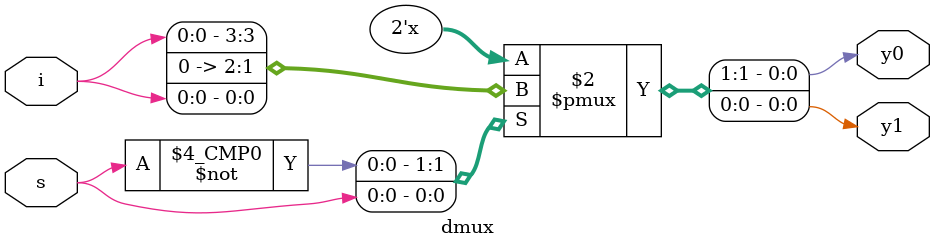
<source format=v>
module dmux(input i, s,output reg y0,y1);
always@(*)begin
case(s)
1'b0: {y0,y1}={i,1'b0};
1'b1: {y0,y1}={1'b0,i};
default:$display("invalid");
endcase
end
endmodule

</source>
